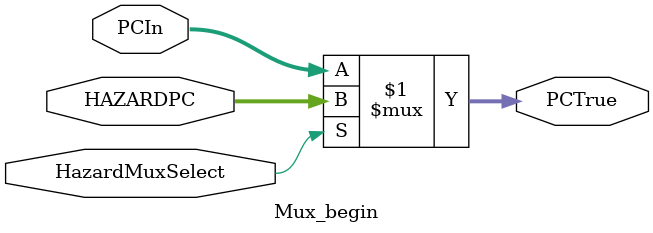
<source format=v>
`timescale 1ns / 1ps


module Mux_begin( output [31:0] PCTrue, input [31:0] HAZARDPC, input [31:0] PCIn, input HazardMuxSelect);

assign PCTrue = HazardMuxSelect ? HAZARDPC : PCIn;

endmodule

</source>
